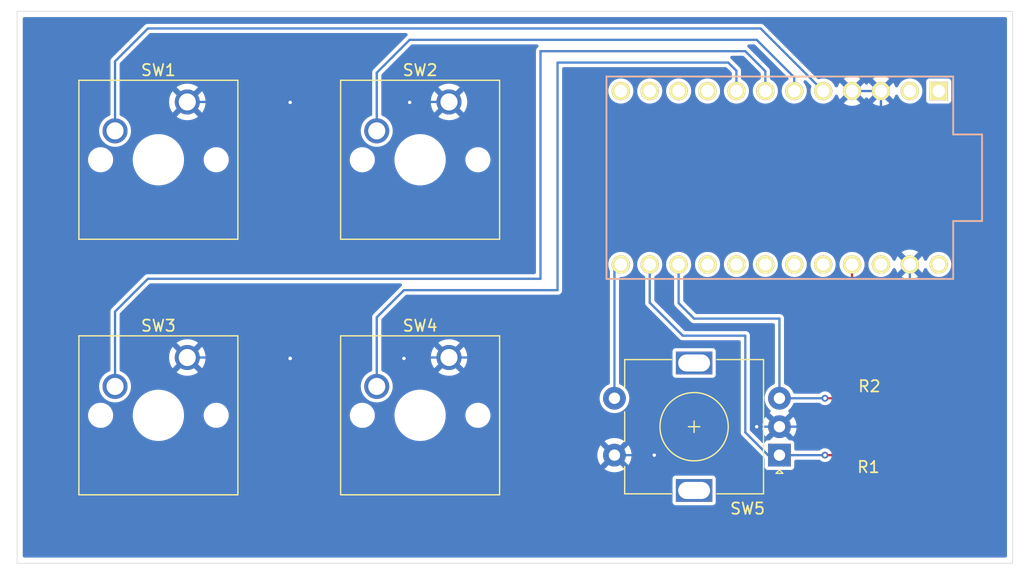
<source format=kicad_pcb>
(kicad_pcb (version 20240108) (generator "pcbnew") (generator_version "8.0")
  (layers (0 "F.Cu" signal) (31 "B.Cu" signal) (34 "B.Paste" user) (35 "F.Paste" user) (36 "B.SilkS" user "B.Silkscreen") (37 "F.SilkS" user "F.Silkscreen") (38 "B.Mask" user) (39 "F.Mask" user) (44 "Edge.Cuts" user))
  (net 0 "")
  (net 1 "VCC")
  (net 2 "Net-(U1-D14)")
  (net 3 "Net-(U1-D16)")
  (net 4 "GND")
  (net 5 "Net-(U1-D2)")
  (net 6 "Net-(U1-~D3)")
  (net 7 "Net-(U1-D4{slash}A6)")
  (net 8 "Net-(U1-~D5)")
  (net 21 "Net-(U1-~D10{slash}A10)")
  (footprint "Resistor_SMD:R_0201_0603Metric" (layer "F.Cu") (at 105.905 56.5)
    (property "Reference" "R2" (at 0 -1.05 0) (layer "F.SilkS"))
    (property "Value" "10k")
    (pad "1" smd roundrect (at -0.32 0) (size 0.46 0.4) (layers "F.Cu" "F.Mask") (net 2 "Net-(U1-D14)"))
    (pad "2" smd roundrect (at 0.32 0) (size 0.46 0.4) (layers "F.Cu" "F.Mask") (net 1 "VCC"))
  )
  (footprint "promicro:ProMicro" (layer "F.Cu") (at 98.03 37.12 180)
    (property "Reference" "U1" (hide yes))
    (property "Value" "Sparkfun_Pro_Micro")
    (fp_line (start 15.24 8.89) (end -15.24 8.89) (stroke (width 0.15)) (layer "B.SilkS"))
    (fp_line (start 15.24 -8.89) (end 15.24 8.89) (stroke (width 0.15)) (layer "B.SilkS"))
    (fp_line (start -15.24 8.89) (end -15.24 3.81) (stroke (width 0.15)) (layer "B.SilkS"))
    (fp_line (start -15.24 3.81) (end -17.78 3.81) (stroke (width 0.15)) (layer "B.SilkS"))
    (fp_line (start -15.24 -3.81) (end -15.24 -8.89) (stroke (width 0.15)) (layer "B.SilkS"))
    (fp_line (start -15.24 -8.89) (end 15.24 -8.89) (stroke (width 0.15)) (layer "B.SilkS"))
    (fp_line (start -17.78 3.81) (end -17.78 -3.81) (stroke (width 0.15)) (layer "B.SilkS"))
    (fp_line (start -17.78 -3.81) (end -15.24 -3.81) (stroke (width 0.15)) (layer "B.SilkS"))
    (fp_line (start 15.24 -8.89) (end 15.24 8.89) (stroke (width 0.15)) (layer "F.SilkS"))
    (fp_line (start -15.24 8.89) (end 15.24 8.89) (stroke (width 0.15)) (layer "F.SilkS"))
    (fp_line (start -15.24 8.89) (end -15.24 3.81) (stroke (width 0.15)) (layer "F.SilkS"))
    (fp_line (start -15.24 3.81) (end -17.78 3.81) (stroke (width 0.15)) (layer "F.SilkS"))
    (fp_line (start -15.24 -3.81) (end -15.24 -8.89) (stroke (width 0.15)) (layer "F.SilkS"))
    (fp_line (start -15.24 -8.89) (end 15.24 -8.89) (stroke (width 0.15)) (layer "F.SilkS"))
    (fp_line (start -17.78 3.81) (end -17.78 -3.81) (stroke (width 0.15)) (layer "F.SilkS"))
    (fp_line (start -17.78 -3.81) (end -15.24 -3.81) (stroke (width 0.15)) (layer "F.SilkS"))
    (pad "1" thru_hole rect (at -13.97 7.62 180) (size 1.6 1.6) (drill 1.1) (layers "*.Cu" "*.Mask" "F.SilkS"))
    (pad "2" thru_hole circle (at -11.43 7.62 180) (size 1.6 1.6) (drill 1.1) (layers "*.Cu" "*.Mask" "F.SilkS"))
    (pad "3" thru_hole circle (at -8.89 7.62 180) (size 1.6 1.6) (drill 1.1) (layers "*.Cu" "*.Mask" "F.SilkS") (net 4 "GND"))
    (pad "4" thru_hole circle (at -6.35 7.62 180) (size 1.6 1.6) (drill 1.1) (layers "*.Cu" "*.Mask" "F.SilkS") (net 4 "GND"))
    (pad "5" thru_hole circle (at -3.81 7.62 180) (size 1.6 1.6) (drill 1.1) (layers "*.Cu" "*.Mask" "F.SilkS") (net 5 "Net-(U1-D2)"))
    (pad "6" thru_hole circle (at -1.27 7.62 180) (size 1.6 1.6) (drill 1.1) (layers "*.Cu" "*.Mask" "F.SilkS") (net 6 "Net-(U1-~D3)"))
    (pad "7" thru_hole circle (at 1.27 7.62 180) (size 1.6 1.6) (drill 1.1) (layers "*.Cu" "*.Mask" "F.SilkS") (net 7 "Net-(U1-D4{slash}A6)"))
    (pad "8" thru_hole circle (at 3.81 7.62 180) (size 1.6 1.6) (drill 1.1) (layers "*.Cu" "*.Mask" "F.SilkS") (net 8 "Net-(U1-~D5)"))
    (pad "9" thru_hole circle (at 6.35 7.62 180) (size 1.6 1.6) (drill 1.1) (layers "*.Cu" "*.Mask" "F.SilkS"))
    (pad "10" thru_hole circle (at 8.89 7.62 180) (size 1.6 1.6) (drill 1.1) (layers "*.Cu" "*.Mask" "F.SilkS"))
    (pad "11" thru_hole circle (at 11.43 7.62 180) (size 1.6 1.6) (drill 1.1) (layers "*.Cu" "*.Mask" "F.SilkS"))
    (pad "12" thru_hole circle (at 13.97 7.62 180) (size 1.6 1.6) (drill 1.1) (layers "*.Cu" "*.Mask" "F.SilkS"))
    (pad "13" thru_hole circle (at 13.97 -7.62 180) (size 1.6 1.6) (drill 1.1) (layers "*.Cu" "*.Mask" "F.SilkS") (net 21 "Net-(U1-~D10{slash}A10)"))
    (pad "14" thru_hole circle (at 11.43 -7.62 180) (size 1.6 1.6) (drill 1.1) (layers "*.Cu" "*.Mask" "F.SilkS") (net 3 "Net-(U1-D16)"))
    (pad "15" thru_hole circle (at 8.89 -7.62 180) (size 1.6 1.6) (drill 1.1) (layers "*.Cu" "*.Mask" "F.SilkS") (net 2 "Net-(U1-D14)"))
    (pad "16" thru_hole circle (at 6.35 -7.62 180) (size 1.6 1.6) (drill 1.1) (layers "*.Cu" "*.Mask" "F.SilkS"))
    (pad "17" thru_hole circle (at 3.81 -7.62 180) (size 1.6 1.6) (drill 1.1) (layers "*.Cu" "*.Mask" "F.SilkS"))
    (pad "18" thru_hole circle (at 1.27 -7.62 180) (size 1.6 1.6) (drill 1.1) (layers "*.Cu" "*.Mask" "F.SilkS"))
    (pad "19" thru_hole circle (at -1.27 -7.62 180) (size 1.6 1.6) (drill 1.1) (layers "*.Cu" "*.Mask" "F.SilkS"))
    (pad "20" thru_hole circle (at -3.81 -7.62 180) (size 1.6 1.6) (drill 1.1) (layers "*.Cu" "*.Mask" "F.SilkS"))
    (pad "21" thru_hole circle (at -6.35 -7.62 180) (size 1.6 1.6) (drill 1.1) (layers "*.Cu" "*.Mask" "F.SilkS") (net 1 "VCC"))
    (pad "22" thru_hole circle (at -8.89 -7.62 180) (size 1.6 1.6) (drill 1.1) (layers "*.Cu" "*.Mask" "F.SilkS"))
    (pad "23" thru_hole circle (at -11.43 -7.62 180) (size 1.6 1.6) (drill 1.1) (layers "*.Cu" "*.Mask" "F.SilkS") (net 4 "GND"))
    (pad "24" thru_hole circle (at -13.97 -7.62 180) (size 1.6 1.6) (drill 1.1) (layers "*.Cu" "*.Mask" "F.SilkS"))
  )
  (footprint "Button_Switch_Keyboard:SW_Cherry_MX_1.00u_PCB" (layer "F.Cu") (at 68.96 52.92)
    (property "Reference" "SW4" (at -2.54 -2.794 0) (layer "F.SilkS"))
    (property "Value" "CherryMX")
    (fp_line (start -9.525 -1.905) (end 4.445 -1.905) (stroke (width 0.12)) (layer "F.SilkS"))
    (fp_line (start -9.525 12.065) (end -9.525 -1.905) (stroke (width 0.12)) (layer "F.SilkS"))
    (fp_line (start 4.445 -1.905) (end 4.445 12.065) (stroke (width 0.12)) (layer "F.SilkS"))
    (fp_line (start 4.445 12.065) (end -9.525 12.065) (stroke (width 0.12)) (layer "F.SilkS"))
    (pad "" np_thru_hole circle (at -7.62 5.08) (size 1.7 1.7) (drill 1.7) (layers "*.Cu" "*.Mask"))
    (pad "" np_thru_hole circle (at -2.54 5.08) (size 4 4) (drill 4) (layers "*.Cu" "*.Mask"))
    (pad "" np_thru_hole circle (at 2.54 5.08) (size 1.7 1.7) (drill 1.7) (layers "*.Cu" "*.Mask"))
    (pad "1" thru_hole circle (at 0 0) (size 2.2 2.2) (drill 1.5) (layers "*.Cu" "*.Mask") (net 4 "GND"))
    (pad "2" thru_hole circle (at -6.35 2.54) (size 2.2 2.2) (drill 1.5) (layers "*.Cu" "*.Mask") (net 8 "Net-(U1-~D5)"))
  )
  (footprint "Button_Switch_Keyboard:SW_Cherry_MX_1.00u_PCB" (layer "F.Cu") (at 45.96 52.92)
    (property "Reference" "SW3" (at -2.54 -2.794 0) (layer "F.SilkS"))
    (property "Value" "CherryMX")
    (fp_line (start -9.525 -1.905) (end 4.445 -1.905) (stroke (width 0.12)) (layer "F.SilkS"))
    (fp_line (start -9.525 12.065) (end -9.525 -1.905) (stroke (width 0.12)) (layer "F.SilkS"))
    (fp_line (start 4.445 -1.905) (end 4.445 12.065) (stroke (width 0.12)) (layer "F.SilkS"))
    (fp_line (start 4.445 12.065) (end -9.525 12.065) (stroke (width 0.12)) (layer "F.SilkS"))
    (pad "" np_thru_hole circle (at -7.62 5.08) (size 1.7 1.7) (drill 1.7) (layers "*.Cu" "*.Mask"))
    (pad "" np_thru_hole circle (at -2.54 5.08) (size 4 4) (drill 4) (layers "*.Cu" "*.Mask"))
    (pad "" np_thru_hole circle (at 2.54 5.08) (size 1.7 1.7) (drill 1.7) (layers "*.Cu" "*.Mask"))
    (pad "1" thru_hole circle (at 0 0) (size 2.2 2.2) (drill 1.5) (layers "*.Cu" "*.Mask") (net 4 "GND"))
    (pad "2" thru_hole circle (at -6.35 2.54) (size 2.2 2.2) (drill 1.5) (layers "*.Cu" "*.Mask") (net 7 "Net-(U1-D4{slash}A6)"))
  )
  (footprint "Button_Switch_Keyboard:SW_Cherry_MX_1.00u_PCB" (layer "F.Cu") (at 45.96 30.46)
    (property "Reference" "SW1" (at -2.54 -2.794 0) (layer "F.SilkS"))
    (property "Value" "CherryMX")
    (fp_line (start -9.525 -1.905) (end 4.445 -1.905) (stroke (width 0.12)) (layer "F.SilkS"))
    (fp_line (start -9.525 12.065) (end -9.525 -1.905) (stroke (width 0.12)) (layer "F.SilkS"))
    (fp_line (start 4.445 -1.905) (end 4.445 12.065) (stroke (width 0.12)) (layer "F.SilkS"))
    (fp_line (start 4.445 12.065) (end -9.525 12.065) (stroke (width 0.12)) (layer "F.SilkS"))
    (pad "" np_thru_hole circle (at -7.62 5.08) (size 1.7 1.7) (drill 1.7) (layers "*.Cu" "*.Mask"))
    (pad "" np_thru_hole circle (at -2.54 5.08) (size 4 4) (drill 4) (layers "*.Cu" "*.Mask"))
    (pad "" np_thru_hole circle (at 2.54 5.08) (size 1.7 1.7) (drill 1.7) (layers "*.Cu" "*.Mask"))
    (pad "1" thru_hole circle (at 0 0) (size 2.2 2.2) (drill 1.5) (layers "*.Cu" "*.Mask") (net 4 "GND"))
    (pad "2" thru_hole circle (at -6.35 2.54) (size 2.2 2.2) (drill 1.5) (layers "*.Cu" "*.Mask") (net 5 "Net-(U1-D2)"))
  )
  (footprint "Button_Switch_Keyboard:SW_Cherry_MX_1.00u_PCB" (layer "F.Cu") (at 68.96 30.46)
    (property "Reference" "SW2" (at -2.54 -2.794 0) (layer "F.SilkS"))
    (property "Value" "CherryMX")
    (fp_line (start -9.525 -1.905) (end 4.445 -1.905) (stroke (width 0.12)) (layer "F.SilkS"))
    (fp_line (start -9.525 12.065) (end -9.525 -1.905) (stroke (width 0.12)) (layer "F.SilkS"))
    (fp_line (start 4.445 -1.905) (end 4.445 12.065) (stroke (width 0.12)) (layer "F.SilkS"))
    (fp_line (start 4.445 12.065) (end -9.525 12.065) (stroke (width 0.12)) (layer "F.SilkS"))
    (pad "" np_thru_hole circle (at -7.62 5.08) (size 1.7 1.7) (drill 1.7) (layers "*.Cu" "*.Mask"))
    (pad "" np_thru_hole circle (at -2.54 5.08) (size 4 4) (drill 4) (layers "*.Cu" "*.Mask"))
    (pad "" np_thru_hole circle (at 2.54 5.08) (size 1.7 1.7) (drill 1.7) (layers "*.Cu" "*.Mask"))
    (pad "1" thru_hole circle (at 0 0) (size 2.2 2.2) (drill 1.5) (layers "*.Cu" "*.Mask") (net 4 "GND"))
    (pad "2" thru_hole circle (at -6.35 2.54) (size 2.2 2.2) (drill 1.5) (layers "*.Cu" "*.Mask") (net 6 "Net-(U1-~D3)"))
  )
  (footprint "Resistor_SMD:R_0201_0603Metric" (layer "F.Cu") (at 105.82 61.5 180)
    (property "Reference" "R1" (at 0 -1.05 180) (layer "F.SilkS"))
    (property "Value" "10k")
    (pad "1" smd roundrect (at -0.32 0 180) (size 0.46 0.4) (layers "F.Cu" "F.Mask") (net 1 "VCC"))
    (pad "2" smd roundrect (at 0.32 0 180) (size 0.46 0.4) (layers "F.Cu" "F.Mask") (net 3 "Net-(U1-D16)"))
  )
  (footprint "Rotary_Encoder:RotaryEncoder_Alps_EC11E-Switch_Vertical_H20mm" (layer "F.Cu") (at 98 61.5 180)
    (property "Reference" "SW5" (at 2.8 -4.7 180) (layer "F.SilkS"))
    (property "Value" "RotaryEncoder_Switch")
    (fp_line (start 13.6 8.4) (end 9.5 8.4) (stroke (width 0.12)) (layer "F.SilkS"))
    (fp_line (start 13.6 6) (end 13.6 8.4) (stroke (width 0.12)) (layer "F.SilkS"))
    (fp_line (start 13.6 1.2) (end 13.6 3.8) (stroke (width 0.12)) (layer "F.SilkS"))
    (fp_line (start 13.6 -3.4) (end 13.6 -1) (stroke (width 0.12)) (layer "F.SilkS"))
    (fp_line (start 9.5 -3.4) (end 13.6 -3.4) (stroke (width 0.12)) (layer "F.SilkS"))
    (fp_line (start 7.5 2) (end 7.5 3) (stroke (width 0.12)) (layer "F.SilkS"))
    (fp_line (start 7 2.5) (end 8 2.5) (stroke (width 0.12)) (layer "F.SilkS"))
    (fp_line (start 5.5 8.4) (end 1.4 8.4) (stroke (width 0.12)) (layer "F.SilkS"))
    (fp_line (start 5.5 -3.4) (end 1.4 -3.4) (stroke (width 0.12)) (layer "F.SilkS"))
    (fp_line (start 1.4 -3.4) (end 1.4 8.4) (stroke (width 0.12)) (layer "F.SilkS"))
    (fp_line (start 0.3 -1.6) (end 0 -1.3) (stroke (width 0.12)) (layer "F.SilkS"))
    (fp_line (start 0 -1.3) (end -0.3 -1.6) (stroke (width 0.12)) (layer "F.SilkS"))
    (fp_line (start -0.3 -1.6) (end 0.3 -1.6) (stroke (width 0.12)) (layer "F.SilkS"))
    (fp_circle (center 7.5 2.5) (end 10.5 2.5) (stroke (width 0.12)) (fill none) (layer "F.SilkS"))
    (pad "A" thru_hole rect (at 0 0 180) (size 2 2) (drill 1) (layers "*.Cu" "*.Mask") (net 3 "Net-(U1-D16)"))
    (pad "B" thru_hole circle (at 0 5 180) (size 2 2) (drill 1) (layers "*.Cu" "*.Mask") (net 2 "Net-(U1-D14)"))
    (pad "C" thru_hole circle (at 0 2.5 180) (size 2 2) (drill 1) (layers "*.Cu" "*.Mask") (net 4 "GND"))
    (pad "MP" thru_hole rect (at 7.5 -3.1 180) (size 3.2 2) (drill oval 2.8 1.5) (layers "*.Cu" "*.Mask"))
    (pad "MP" thru_hole rect (at 7.5 8.1 180) (size 3.2 2) (drill oval 2.8 1.5) (layers "*.Cu" "*.Mask"))
    (pad "S1" thru_hole circle (at 14.5 5 180) (size 2 2) (drill 1) (layers "*.Cu" "*.Mask") (net 21 "Net-(U1-~D10{slash}A10)"))
    (pad "S2" thru_hole circle (at 14.5 0 180) (size 2 2) (drill 1) (layers "*.Cu" "*.Mask") (net 4 "GND"))
  )
  (gr_line (start 31 71) (end 31 22.5) (stroke (width 0.05)) (layer "Edge.Cuts"))
  (gr_line (start 118.5 22.5) (end 118.5 71) (stroke (width 0.05)) (layer "Edge.Cuts"))
  (gr_line (start 31 22.5) (end 32.5 22.5) (stroke (width 0.05)) (layer "Edge.Cuts"))
  (gr_line (start 32.5 22.5) (end 118.5 22.5) (stroke (width 0.05)) (layer "Edge.Cuts"))
  (gr_line (start 118.5 71) (end 31 71) (stroke (width 0.05)) (layer "Edge.Cuts"))
  (segment (start 106.225 61.415) (end 106.14 61.5) (width 0.2) (layer "F.Cu") (net 1))
  (segment (start 106.225 56.5) (end 106.225 61.415) (width 0.2) (layer "F.Cu") (net 1))
  (segment (start 104.38 47.38) (end 104.38 44.74) (width 0.2) (layer "F.Cu") (net 1))
  (segment (start 106.225 56.5) (end 106.225 49.225) (width 0.2) (layer "F.Cu") (net 1))
  (segment (start 106.225 49.225) (end 104.38 47.38) (width 0.2) (layer "F.Cu") (net 1))
  (segment (start 105.585 56.5) (end 102 56.5) (width 0.2) (layer "F.Cu") (net 2))
  (via (at 102 56.5) (size 0.6) (drill 0.3) (layers "F.Cu" "B.Cu") (net 2))
  (segment (start 102 56.5) (end 98 56.5) (width 0.2) (layer "B.Cu") (net 2))
  (segment (start 98 56.5) (end 98 49.5) (width 0.2) (layer "B.Cu") (net 2))
  (segment (start 89.14 48.14) (end 89.14 44.74) (width 0.2) (layer "B.Cu") (net 2))
  (segment (start 90.5 49.5) (end 89.14 48.14) (width 0.2) (layer "B.Cu") (net 2))
  (segment (start 98 49.5) (end 90.5 49.5) (width 0.2) (layer "B.Cu") (net 2))
  (segment (start 105.5 61.5) (end 102 61.5) (width 0.2) (layer "F.Cu") (net 3))
  (via (at 102 61.5) (size 0.6) (drill 0.3) (layers "F.Cu" "B.Cu") (net 3))
  (segment (start 97 61.5) (end 95 59.5) (width 0.2) (layer "B.Cu") (net 3))
  (segment (start 95 59.5) (end 95 51) (width 0.2) (layer "B.Cu") (net 3))
  (segment (start 89.5 51) (end 86.6 48.1) (width 0.2) (layer "B.Cu") (net 3))
  (segment (start 102 61.5) (end 98 61.5) (width 0.2) (layer "B.Cu") (net 3))
  (segment (start 95 51) (end 89.5 51) (width 0.2) (layer "B.Cu") (net 3))
  (segment (start 86.6 48.1) (end 86.6 44.74) (width 0.2) (layer "B.Cu") (net 3))
  (segment (start 98 61.5) (end 97 61.5) (width 0.2) (layer "B.Cu") (net 3))
  (via (at 65.5 30.5) (size 0.6) (drill 0.3) (layers "F.Cu" "B.Cu") (net 4))
  (via (at 55 53) (size 0.6) (drill 0.3) (layers "F.Cu" "B.Cu") (net 4))
  (via (at 55 53) (size 0.6) (drill 0.3) (layers "F.Cu" "B.Cu") (net 4))
  (via (at 87 61.5) (size 0.6) (drill 0.3) (layers "F.Cu" "B.Cu") (net 4))
  (via (at 55 30.5) (size 0.6) (drill 0.3) (layers "F.Cu" "B.Cu") (net 4))
  (via (at 96 59) (size 0.6) (drill 0.3) (layers "F.Cu" "B.Cu") (net 4))
  (via (at 65 53) (size 0.6) (drill 0.3) (layers "F.Cu" "B.Cu") (net 4))
  (segment (start 74.92 52.92) (end 83.5 61.5) (width 0.2) (layer "B.Cu") (net 4))
  (segment (start 87 61.5) (end 83.5 61.5) (width 0.2) (layer "B.Cu") (net 4))
  (segment (start 66.08 52.92) (end 68.96 52.92) (width 0.2) (layer "B.Cu") (net 4))
  (segment (start 66.54 30.46) (end 68.96 30.46) (width 0.2) (layer "B.Cu") (net 4))
  (segment (start 107 59) (end 109.46 56.54) (width 0.2) (layer "B.Cu") (net 4))
  (segment (start 54.96 30.46) (end 55 30.5) (width 0.2) (layer "B.Cu") (net 4))
  (segment (start 109.46 56.54) (end 109.46 44.74) (width 0.2) (layer "B.Cu") (net 4))
  (segment (start 65.5 30.5) (end 66.5 30.5) (width 0.2) (layer "B.Cu") (net 4))
  (segment (start 68.96 52.92) (end 74.92 52.92) (width 0.2) (layer "B.Cu") (net 4))
  (segment (start 66.5 30.5) (end 66.54 30.46) (width 0.2) (layer "B.Cu") (net 4))
  (segment (start 65 53) (end 66 53) (width 0.2) (layer "B.Cu") (net 4))
  (segment (start 66 53) (end 66.08 52.92) (width 0.2) (layer "B.Cu") (net 4))
  (segment (start 54.92 52.92) (end 55 53) (width 0.2) (layer "B.Cu") (net 4))
  (segment (start 98 59) (end 107 59) (width 0.2) (layer "B.Cu") (net 4))
  (segment (start 45.96 52.92) (end 54.92 52.92) (width 0.2) (layer "B.Cu") (net 4))
  (segment (start 104.38 29.5) (end 106.92 29.5) (width 0.2) (layer "B.Cu") (net 4))
  (segment (start 106.92 29.5) (end 106.92 42.2) (width 0.2) (layer "B.Cu") (net 4))
  (segment (start 45.96 30.46) (end 54.96 30.46) (width 0.2) (layer "B.Cu") (net 4))
  (segment (start 106.92 42.2) (end 109.46 44.74) (width 0.2) (layer "B.Cu") (net 4))
  (segment (start 98 59) (end 96 59) (width 0.2) (layer "B.Cu") (net 4))
  (segment (start 96.34 24) (end 42.5 24) (width 0.2) (layer "B.Cu") (net 5))
  (segment (start 39.61 26.89) (end 39.61 32.96) (width 0.2) (layer "B.Cu") (net 5))
  (segment (start 101.84 29.5) (end 96.34 24) (width 0.2) (layer "B.Cu") (net 5))
  (segment (start 42.5 24) (end 39.61 26.89) (width 0.2) (layer "B.Cu") (net 5))
  (segment (start 99.3 28.3) (end 99.3 29.5) (width 0.2) (layer "B.Cu") (net 6))
  (segment (start 65.5 25) (end 96 25) (width 0.2) (layer "B.Cu") (net 6))
  (segment (start 62.61 32.96) (end 62.61 27.89) (width 0.2) (layer "B.Cu") (net 6))
  (segment (start 62.61 27.89) (end 65.5 25) (width 0.2) (layer "B.Cu") (net 6))
  (segment (start 96 25) (end 99.3 28.3) (width 0.2) (layer "B.Cu") (net 6))
  (segment (start 39.61 48.89) (end 42.5 46) (width 0.2) (layer "B.Cu") (net 7))
  (segment (start 77 46) (end 77 26) (width 0.2) (layer "B.Cu") (net 7))
  (segment (start 39.61 55.46) (end 39.61 48.89) (width 0.2) (layer "B.Cu") (net 7))
  (segment (start 77 26) (end 95 26) (width 0.2) (layer "B.Cu") (net 7))
  (segment (start 95 26) (end 96.76 27.76) (width 0.2) (layer "B.Cu") (net 7))
  (segment (start 42.5 46) (end 77 46) (width 0.2) (layer "B.Cu") (net 7))
  (segment (start 96.76 27.76) (end 96.76 29.5) (width 0.2) (layer "B.Cu") (net 7))
  (segment (start 93.5 27) (end 94.22 27.72) (width 0.2) (layer "B.Cu") (net 8))
  (segment (start 62.61 49.39) (end 65 47) (width 0.2) (layer "B.Cu") (net 8))
  (segment (start 62.61 55.46) (end 62.61 49.39) (width 0.2) (layer "B.Cu") (net 8))
  (segment (start 94.22 27.72) (end 94.22 29.5) (width 0.2) (layer "B.Cu") (net 8))
  (segment (start 78.5 27) (end 93.5 27) (width 0.2) (layer "B.Cu") (net 8))
  (segment (start 78.5 47) (end 78.5 27) (width 0.2) (layer "B.Cu") (net 8))
  (segment (start 65 47) (end 78.5 47) (width 0.2) (layer "B.Cu") (net 8))
  (segment (start 83.5 45.3) (end 84.06 44.74) (width 0.2) (layer "B.Cu") (net 21))
  (segment (start 83.5 56.5) (end 83.5 45.3) (width 0.2) (layer "B.Cu") (net 21))
  (zone (net 4) (net_name "GND") (layer "B.Cu") (connect_pads (clearance 0.3)) (min_thickness 0.3) (fill yes (thermal_gap 0.5) (thermal_bridge_width 0.5))
    (polygon (pts (xy 30 21.5) (xy 119.5 21.5) (xy 119.5 71.5) (xy 29.5 71.5)))
  )
)
</source>
